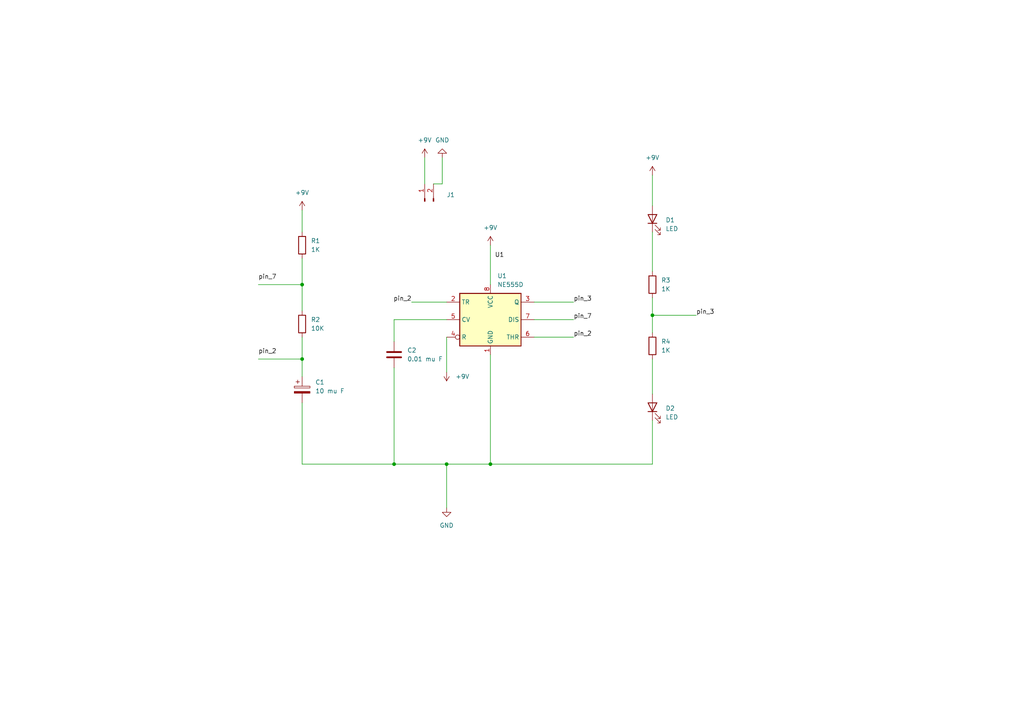
<source format=kicad_sch>
(kicad_sch (version 20211123) (generator eeschema)
  (paper "A4")
  (lib_symbols
    (symbol "Connector:Conn_01x02_Male" (pin_names (offset 1.016) hide)
      (property "Reference" "J" (at 0 2.54 0))
      (property "Value" "Conn_01x02_Male" (at 0 -5.08 0))
      (symbol "Conn_01x02_Male_1_1"
        (polyline (pts (xy 1.27 -2.54) (xy 0.8636 -2.54)) (stroke (width 0.1524)))
        (polyline (pts (xy 1.27 0) (xy 0.8636 0)) (stroke (width 0.1524)))
        (rectangle (start 0.8636 -2.413) (end 0 -2.667) (stroke (width 0.1524)) (fill (type outline)))
        (rectangle (start 0.8636 0.127) (end 0 -0.127) (stroke (width 0.1524)) (fill (type outline)))
        (pin passive line (at 5.08 0 180) (length 3.81) (name "Pin_1") (number "1"))
        (pin passive line (at 5.08 -2.54 180) (length 3.81) (name "Pin_2") (number "2"))
      )
    )
    (symbol "Device:C" (pin_numbers hide) (pin_names (offset 0.254))
      (property "Reference" "C" (at 0.635 2.54 0))
      (property "Value" "C" (at 0.635 -2.54 0))
      (symbol "C_0_1"
        (polyline (pts (xy -2.032 -0.762) (xy 2.032 -0.762)) (stroke (width 0.508)))
        (polyline (pts (xy -2.032 0.762) (xy 2.032 0.762)) (stroke (width 0.508)))
      )
      (symbol "C_1_1"
        (pin passive line (at 0 3.81 270) (length 2.794) (name "~") (number "1"))
        (pin passive line (at 0 -3.81 90) (length 2.794) (name "~") (number "2"))
      )
    )
    (symbol "Device:C_Polarized" (pin_numbers hide) (pin_names (offset 0.254))
      (property "Reference" "C" (at 0.635 2.54 0))
      (property "Value" "C_Polarized" (at 0.635 -2.54 0))
      (symbol "C_Polarized_0_1"
        (rectangle (start -2.286 0.508) (end 2.286 1.016))
        (polyline (pts (xy -1.778 2.286) (xy -0.762 2.286)))
        (polyline (pts (xy -1.27 2.794) (xy -1.27 1.778)))
        (rectangle (start 2.286 -0.508) (end -2.286 -1.016) (fill (type outline)))
      )
      (symbol "C_Polarized_1_1"
        (pin passive line (at 0 3.81 270) (length 2.794) (name "~") (number "1"))
        (pin passive line (at 0 -3.81 90) (length 2.794) (name "~") (number "2"))
      )
    )
    (symbol "Device:LED" (pin_numbers hide) (pin_names (offset 1.016) hide)
      (property "Reference" "D" (at 0 2.54 0))
      (property "Value" "LED" (at 0 -2.54 0))
      (symbol "LED_0_1"
        (polyline (pts (xy -1.27 -1.27) (xy -1.27 1.27)) (stroke (width 0.254)))
        (polyline (pts (xy -1.27 0) (xy 1.27 0)))
        (polyline (pts (xy 1.27 -1.27) (xy 1.27 1.27) (xy -1.27 0) (xy 1.27 -1.27)) (stroke (width 0.254)))
        (polyline (pts (xy -3.048 -0.762) (xy -4.572 -2.286) (xy -3.81 -2.286) (xy -4.572 -2.286) (xy -4.572 -1.524)))
        (polyline (pts (xy -1.778 -0.762) (xy -3.302 -2.286) (xy -2.54 -2.286) (xy -3.302 -2.286) (xy -3.302 -1.524)))
      )
      (symbol "LED_1_1"
        (pin passive line (at -3.81 0 0) (length 2.54) (name "K") (number "1"))
        (pin passive line (at 3.81 0 180) (length 2.54) (name "A") (number "2"))
      )
    )
    (symbol "Device:R" (pin_numbers hide) (pin_names (offset 0))
      (property "Reference" "R" (at 2.032 0 90))
      (property "Value" "R" (at 0 0 90))
      (symbol "R_0_1"
        (rectangle (start -1.016 -2.54) (end 1.016 2.54) (stroke (width 0.254)))
      )
      (symbol "R_1_1"
        (pin passive line (at 0 3.81 270) (length 1.27) (name "~") (number "1"))
        (pin passive line (at 0 -3.81 90) (length 1.27) (name "~") (number "2"))
      )
    )
    (symbol "Timer:NE555D"
      (property "Reference" "U" (at -10.16 8.89 0))
      (property "Value" "NE555D" (at 2.54 8.89 0))
      (symbol "NE555D_0_0"
        (pin power_in line (at 0 -10.16 90) (length 2.54) (name "GND") (number "1"))
        (pin power_in line (at 0 10.16 270) (length 2.54) (name "VCC") (number "8"))
      )
      (symbol "NE555D_0_1"
        (rectangle (start -8.89 -7.62) (end 8.89 7.62) (stroke (width 0.254)) (fill (type background)))
        (rectangle (start -8.89 -7.62) (end 8.89 7.62) (stroke (width 0.254)) (fill (type background)))
      )
      (symbol "NE555D_1_1"
        (pin input line (at -12.7 5.08 0) (length 3.81) (name "TR") (number "2"))
        (pin output line (at 12.7 5.08 180) (length 3.81) (name "Q") (number "3"))
        (pin input inverted (at -12.7 -5.08 0) (length 3.81) (name "R") (number "4"))
        (pin input line (at -12.7 0 0) (length 3.81) (name "CV") (number "5"))
        (pin input line (at 12.7 -5.08 180) (length 3.81) (name "THR") (number "6"))
        (pin input line (at 12.7 0 180) (length 3.81) (name "DIS") (number "7"))
      )
    )
    (symbol "power:+9V" (power) (pin_names (offset 0))
      (property "Value" "+9V" (at 0 3.556 0))
      (symbol "+9V_0_1"
        (polyline (pts (xy -0.762 1.27) (xy 0 2.54)))
        (polyline (pts (xy 0 0) (xy 0 2.54)))
        (polyline (pts (xy 0 2.54) (xy 0.762 1.27)))
      )
      (symbol "+9V_1_1"
        (pin power_in line (at 0 0 90) (length 0) hide (name "+9V") (number "1"))
      )
    )
    (symbol "power:GND" (power) (pin_names (offset 0))
      (property "Value" "GND" (at 0 -3.81 0))
      (symbol "GND_0_1"
        (polyline (pts (xy 0 0) (xy 0 -1.27) (xy 1.27 -1.27) (xy 0 -2.54) (xy -1.27 -1.27) (xy 0 -1.27)))
      )
      (symbol "GND_1_1"
        (pin power_in line (at 0 0 270) (length 0) hide (name "GND") (number "1"))
      )
    )
  )
  (junction (at 142.24 134.62))
  (junction (at 87.63 82.55))
  (junction (at 114.3 134.62))
  (junction (at 129.54 134.62))
  (junction (at 87.63 104.14))
  (junction (at 189.23 91.44))
  (wire (pts (xy 128.27 53.34) (xy 125.73 53.34)))
  (wire (pts (xy 189.23 91.44) (xy 189.23 96.52)))
  (wire (pts (xy 189.23 91.44) (xy 201.93 91.44)))
  (wire (pts (xy 74.93 104.14) (xy 87.63 104.14)))
  (wire (pts (xy 189.23 50.8) (xy 189.23 59.69)))
  (wire (pts (xy 87.63 134.62) (xy 114.3 134.62)))
  (wire (pts (xy 87.63 60.96) (xy 87.63 67.31)))
  (wire (pts (xy 189.23 104.14) (xy 189.23 114.3)))
  (wire (pts (xy 114.3 106.68) (xy 114.3 134.62)))
  (wire (pts (xy 87.63 104.14) (xy 87.63 109.22)))
  (wire (pts (xy 142.24 71.12) (xy 142.24 82.55)))
  (wire (pts (xy 189.23 67.31) (xy 189.23 78.74)))
  (wire (pts (xy 114.3 134.62) (xy 129.54 134.62)))
  (wire (pts (xy 129.54 92.71) (xy 114.3 92.71)))
  (wire (pts (xy 119.38 87.63) (xy 129.54 87.63)))
  (wire (pts (xy 142.24 134.62) (xy 189.23 134.62)))
  (wire (pts (xy 142.24 102.87) (xy 142.24 134.62)))
  (wire (pts (xy 123.19 45.72) (xy 123.19 53.34)))
  (wire (pts (xy 128.27 45.72) (xy 128.27 53.34)))
  (wire (pts (xy 87.63 82.55) (xy 87.63 90.17)))
  (wire (pts (xy 129.54 97.79) (xy 129.54 107.95)))
  (wire (pts (xy 129.54 134.62) (xy 129.54 147.32)))
  (wire (pts (xy 154.94 97.79) (xy 166.37 97.79)))
  (wire (pts (xy 189.23 134.62) (xy 189.23 121.92)))
  (wire (pts (xy 114.3 92.71) (xy 114.3 99.06)))
  (wire (pts (xy 129.54 134.62) (xy 142.24 134.62)))
  (wire (pts (xy 154.94 92.71) (xy 166.37 92.71)))
  (wire (pts (xy 87.63 74.93) (xy 87.63 82.55)))
  (wire (pts (xy 87.63 116.84) (xy 87.63 134.62)))
  (wire (pts (xy 74.93 82.55) (xy 87.63 82.55)))
  (wire (pts (xy 154.94 87.63) (xy 166.37 87.63)))
  (wire (pts (xy 189.23 86.36) (xy 189.23 91.44)))
  (wire (pts (xy 87.63 97.79) (xy 87.63 104.14)))
  (label "pin_2" (at 119.38 87.63 180))
  (label "pin_2" (at 74.93 102.87 0))
  (label "pin_7" (at 74.93 81.28 0))
  (label "pin_3" (at 201.93 91.44 0))
  (label "pin_2" (at 166.37 97.79 0))
  (label "U1" (at 143.51 74.93 0))
  (label "pin_7" (at 166.37 92.71 0))
  (label "pin_3" (at 166.37 87.63 0))
  (symbol (lib_id "power:GND") (at 128.27 45.72 0) (mirror x) (unit 1)
    (property "Reference" "#PWR0106" (effects hide))
    (property "Value" "GND" (at 128.27 40.64 0))
  )
  (symbol (lib_id "Device:R") (at 189.23 100.33 0) (unit 1)
    (property "Reference" "R4" (at 191.77 99.0599 0) (effects (justify left)))
    (property "Value" "1K" (at 191.77 101.5999 0) (effects (justify left)))
    (property "Footprint" "Resistor_SMD:R_0805_2012Metric_Pad1.20x1.40mm_HandSolder" (effects hide))
  )
  (symbol (lib_id "Connector:Conn_01x02_Male") (at 123.19 58.42 90) (unit 1)
    (property "Reference" "J1" (at 129.54 56.5149 90) (effects (justify right)))
    (property "Value" " " (at 129.54 59.0549 90) (effects (justify right)))
    (property "Footprint" "TerminalBlock:TerminalBlock_bornier-2_P5.08mm" (effects hide))
  )
  (symbol (lib_id "Device:R") (at 189.23 82.55 0) (unit 1)
    (property "Reference" "R3" (at 191.77 81.2799 0) (effects (justify left)))
    (property "Value" "1K" (at 191.77 83.8199 0) (effects (justify left)))
    (property "Footprint" "Resistor_SMD:R_0805_2012Metric_Pad1.20x1.40mm_HandSolder" (effects hide))
  )
  (symbol (lib_id "power:+9V") (at 87.63 60.96 0) (unit 1)
    (property "Reference" "#PWR0103" (effects hide))
    (property "Value" "+9V" (at 87.63 55.88 0))
  )
  (symbol (lib_id "Device:LED") (at 189.23 63.5 90) (unit 1)
    (property "Reference" "D1" (at 193.04 63.8174 90) (effects (justify right)))
    (property "Value" "LED" (at 193.04 66.3574 90) (effects (justify right)))
    (property "Footprint" "LED_SMD:LED_1206_3216Metric_Pad1.42x1.75mm_HandSolder" (effects hide))
  )
  (symbol (lib_id "power:+9V") (at 123.19 45.72 0) (unit 1)
    (property "Reference" "#PWR0107" (effects hide))
    (property "Value" "+9V" (at 123.19 40.64 0))
  )
  (symbol (lib_id "Device:C") (at 114.3 102.87 0) (unit 1)
    (property "Reference" "C2" (at 118.11 101.5999 0) (effects (justify left)))
    (property "Value" "0.01 mu F" (at 118.11 104.1399 0) (effects (justify left)))
    (property "Footprint" "Capacitor_SMD:C_0805_2012Metric_Pad1.18x1.45mm_HandSolder" (effects hide))
  )
  (symbol (lib_id "power:+9V") (at 189.23 50.8 0) (unit 1)
    (property "Reference" "#PWR0104" (effects hide))
    (property "Value" "+9V" (at 189.23 45.72 0))
  )
  (symbol (lib_id "Device:LED") (at 189.23 118.11 90) (unit 1)
    (property "Reference" "D2" (at 193.04 118.4274 90) (effects (justify right)))
    (property "Value" "LED" (at 193.04 120.9674 90) (effects (justify right)))
    (property "Footprint" "LED_SMD:LED_1206_3216Metric_Pad1.42x1.75mm_HandSolder" (effects hide))
  )
  (symbol (lib_id "Device:C_Polarized") (at 87.63 113.03 0) (unit 1)
    (property "Reference" "C1" (at 91.44 110.8709 0) (effects (justify left)))
    (property "Value" "10 mu F" (at 91.44 113.4109 0) (effects (justify left)))
    (property "Footprint" "Capacitor_Tantalum_SMD:CP_EIA-3216-18_Kemet-A_Pad1.58x1.35mm_HandSolder" (effects hide))
  )
  (symbol (lib_id "power:GND") (at 129.54 147.32 0) (unit 1)
    (property "Reference" "#PWR0101" (effects hide))
    (property "Value" "GND" (at 129.54 152.4 0))
  )
  (symbol (lib_id "Device:R") (at 87.63 71.12 0) (unit 1)
    (property "Reference" "R1" (at 90.17 69.8499 0) (effects (justify left)))
    (property "Value" "1K" (at 90.17 72.3899 0) (effects (justify left)))
    (property "Footprint" "Resistor_SMD:R_0805_2012Metric_Pad1.20x1.40mm_HandSolder" (effects hide))
  )
  (symbol (lib_id "power:+9V") (at 142.24 71.12 0) (unit 1)
    (property "Reference" "#PWR0105" (effects hide))
    (property "Value" "+9V" (at 142.24 66.04 0))
  )
  (symbol (lib_id "Timer:NE555D") (at 142.24 92.71 0) (unit 1)
    (property "Reference" "U1" (at 144.2594 80.01 0) (effects (justify left)))
    (property "Value" "NE555D" (at 144.2594 82.55 0) (effects (justify left)))
    (property "Footprint" "Package_SO:SOIC-8-1EP_3.9x4.9mm_P1.27mm_EP2.29x3mm" (effects hide))
    (property "Datasheet" "http://www.ti.com/lit/ds/symlink/ne555.pdf" (effects hide))
  )
  (symbol (lib_id "Device:R") (at 87.63 93.98 0) (unit 1)
    (property "Reference" "R2" (at 90.17 92.7099 0) (effects (justify left)))
    (property "Value" "10K" (at 90.17 95.2499 0) (effects (justify left)))
    (property "Footprint" "Resistor_SMD:R_0805_2012Metric_Pad1.20x1.40mm_HandSolder" (effects hide))
  )
  (symbol (lib_id "power:+9V") (at 129.54 107.95 180) (unit 1)
    (property "Reference" "#PWR0102" (effects hide))
    (property "Value" "+9V" (at 132.08 109.2199 0) (effects (justify right)))
  )
)
</source>
